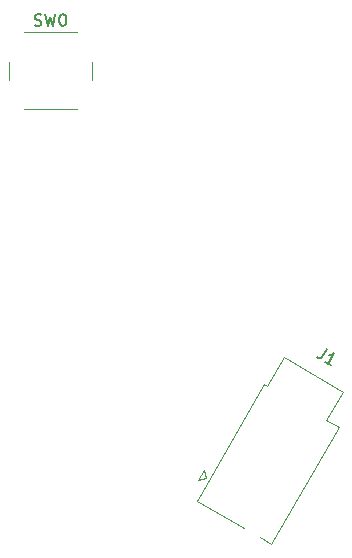
<source format=gbr>
%TF.GenerationSoftware,KiCad,Pcbnew,(5.1.9-0-10_14)*%
%TF.CreationDate,2021-04-10T22:10:23-05:00*%
%TF.ProjectId,wren-left,7772656e-2d6c-4656-9674-2e6b69636164,rev?*%
%TF.SameCoordinates,Original*%
%TF.FileFunction,Legend,Top*%
%TF.FilePolarity,Positive*%
%FSLAX46Y46*%
G04 Gerber Fmt 4.6, Leading zero omitted, Abs format (unit mm)*
G04 Created by KiCad (PCBNEW (5.1.9-0-10_14)) date 2021-04-10 22:10:23*
%MOMM*%
%LPD*%
G01*
G04 APERTURE LIST*
%ADD10C,0.120000*%
%ADD11C,0.150000*%
G04 APERTURE END LIST*
D10*
%TO.C,SW0*%
X239125000Y-65825000D02*
X243625000Y-65825000D01*
X237875000Y-61825000D02*
X237875000Y-63325000D01*
X243625000Y-59325000D02*
X239125000Y-59325000D01*
X244875000Y-63325000D02*
X244875000Y-61825000D01*
%TO.C,J1*%
X253865257Y-97214263D02*
X254548270Y-97031250D01*
X254365257Y-96348237D02*
X253865257Y-97214263D01*
X254548270Y-97031250D02*
X254365257Y-96348237D01*
X259458077Y-89127214D02*
X253758077Y-98999903D01*
X253758077Y-98999903D02*
X257741794Y-101299903D01*
X260080063Y-102649903D02*
X259127435Y-102099903D01*
X264740832Y-92177214D02*
X265780063Y-92777214D01*
X259458077Y-89127214D02*
X259717885Y-89277214D01*
X266140832Y-89752343D02*
X261117885Y-86852343D01*
X265780063Y-92777214D02*
X260080063Y-102649903D01*
X264740832Y-92177214D02*
X266140832Y-89752343D01*
X259717885Y-89277214D02*
X261117885Y-86852343D01*
%TO.C,SW0*%
D11*
X240041666Y-58729761D02*
X240184523Y-58777380D01*
X240422619Y-58777380D01*
X240517857Y-58729761D01*
X240565476Y-58682142D01*
X240613095Y-58586904D01*
X240613095Y-58491666D01*
X240565476Y-58396428D01*
X240517857Y-58348809D01*
X240422619Y-58301190D01*
X240232142Y-58253571D01*
X240136904Y-58205952D01*
X240089285Y-58158333D01*
X240041666Y-58063095D01*
X240041666Y-57967857D01*
X240089285Y-57872619D01*
X240136904Y-57825000D01*
X240232142Y-57777380D01*
X240470238Y-57777380D01*
X240613095Y-57825000D01*
X240946428Y-57777380D02*
X241184523Y-58777380D01*
X241375000Y-58063095D01*
X241565476Y-58777380D01*
X241803571Y-57777380D01*
X242375000Y-57777380D02*
X242470238Y-57777380D01*
X242565476Y-57825000D01*
X242613095Y-57872619D01*
X242660714Y-57967857D01*
X242708333Y-58158333D01*
X242708333Y-58396428D01*
X242660714Y-58586904D01*
X242613095Y-58682142D01*
X242565476Y-58729761D01*
X242470238Y-58777380D01*
X242375000Y-58777380D01*
X242279761Y-58729761D01*
X242232142Y-58682142D01*
X242184523Y-58586904D01*
X242136904Y-58396428D01*
X242136904Y-58158333D01*
X242184523Y-57967857D01*
X242232142Y-57872619D01*
X242279761Y-57825000D01*
X242375000Y-57777380D01*
%TO.C,J1*%
X264757339Y-86161956D02*
X264400196Y-86780545D01*
X264287528Y-86880454D01*
X264157430Y-86915313D01*
X264009903Y-86885124D01*
X263927424Y-86837505D01*
X265123364Y-87527981D02*
X264628493Y-87242267D01*
X264875928Y-87385124D02*
X265375928Y-86519099D01*
X265222021Y-86595198D01*
X265091924Y-86630057D01*
X264985635Y-86623677D01*
%TD*%
M02*

</source>
